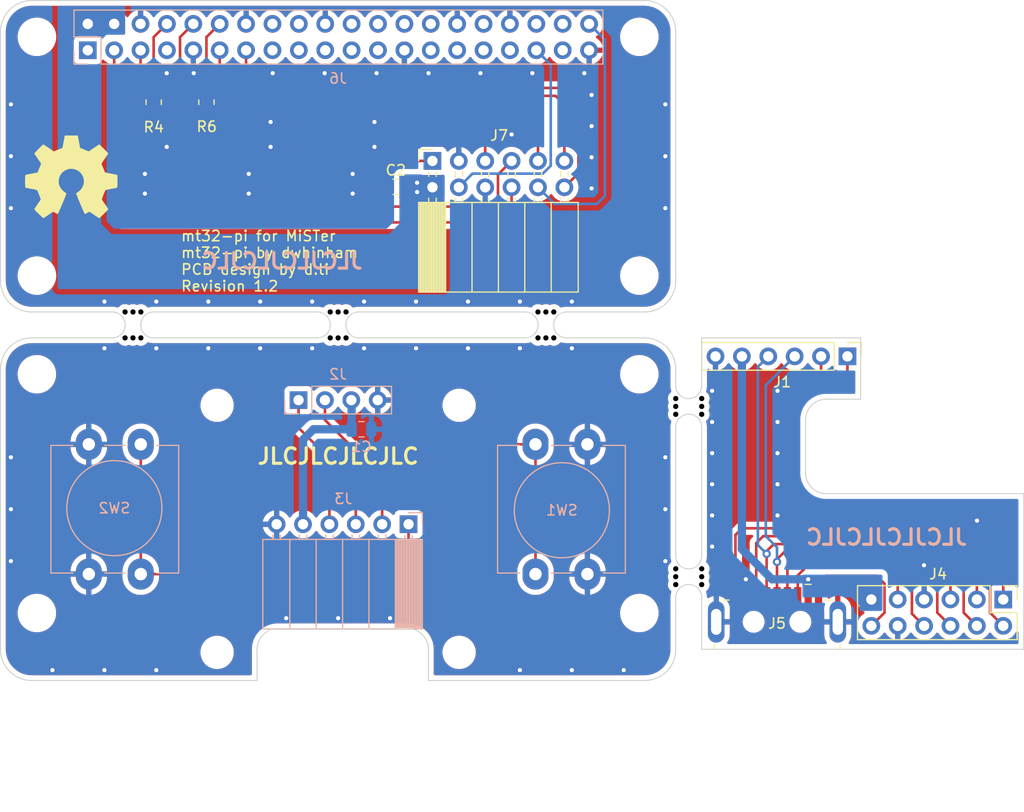
<source format=kicad_pcb>
(kicad_pcb (version 20211014) (generator pcbnew)
  (title_block (title "mt32-pi for MiSTer") (date "2022-04-03") (rev "1.2"))
  (layers (0 "F.Cu" signal) (31 "B.Cu" signal) (34 "B.Paste" user) (35 "F.Paste" user) (36 "B.SilkS" user "B.Silkscreen") (37 "F.SilkS" user "F.Silkscreen") (38 "B.Mask" user) (39 "F.Mask" user) (44 "Edge.Cuts" user))
  (net 0 "")
  (net 1 "/FP_5V")
  (net 2 "/FP_GND")
  (net 3 "/BP_5V")
  (net 4 "/BP_GND")
  (net 5 "VBUS")
  (net 6 "/SCL")
  (net 7 "/SDA")
  (net 8 "GND")
  (net 9 "/BTN1")
  (net 10 "/BTN2")
  (net 11 "/FP_SDA")
  (net 12 "/FP_SCL")
  (net 13 "/FP_BTN1")
  (net 14 "/FP_BTN2")
  (net 15 "/PCM_CLK")
  (net 16 "/PCM_DOUT")
  (net 17 "/RXD")
  (net 18 "/TXD")
  (net 19 "/PCM_FS")
  (net 20 "Net-(J6-Pad8)")
  (net 21 "Net-(J6-Pad12)")
  (net 23 "/BP_SDA")
  (net 24 "/BP_SCL")
  (net 26 "/BP_TXD")
  (net 27 "/BP_RXD")
  (net 28 "/BP_BTN1")
  (net 29 "/BP_PCM_CLK")
  (net 30 "/BP_BTN2")
  (net 47 "/BP_PCM_FS")
  (net 51 "/BP_PCM_DOUT")
  (footprint "Symbol:OSHW-Symbol_8.9x8mm_SilkScreen" (layer "F.Cu") (at 86.8 67)
    (fp_text reference "REF**" hide)
    (fp_text value "OSHW-Symbol_8.9x8mm_SilkScreen" hide)
  )
  (footprint "Connector_PinHeader_2.54mm:PinHeader_2x06_P2.54mm_Vertical" (layer "F.Cu") (at 176.53 107.696 -90)
    (fp_text reference "J4" (at -2.446 6.28 180) (layer "F.SilkS"))
    (fp_text value "Interconnector Back")
    (pad "1" thru_hole rect (at 0 0 270) (size 1.7 1.7) (drill 1) (layers *.Cu *.Mask) (net 10 "/BTN2"))
    (pad "2" thru_hole oval (at 2.54 0 270) (size 1.7 1.7) (drill 1) (layers *.Cu *.Mask) (net 9 "/BTN1"))
    (pad "3" thru_hole oval (at 0 2.54 270) (size 1.7 1.7) (drill 1) (layers *.Cu *.Mask) (net 16 "/PCM_DOUT"))
    (pad "4" thru_hole oval (at 2.54 2.54 270) (size 1.7 1.7) (drill 1) (layers *.Cu *.Mask) (net 15 "/PCM_CLK"))
    (pad "5" thru_hole oval (at 0 5.08 270) (size 1.7 1.7) (drill 1) (layers *.Cu *.Mask) (net 7 "/SDA"))
    (pad "6" thru_hole oval (at 2.54 5.08 270) (size 1.7 1.7) (drill 1) (layers *.Cu *.Mask) (net 6 "/SCL"))
    (pad "7" thru_hole oval (at 0 7.62 270) (size 1.7 1.7) (drill 1) (layers *.Cu *.Mask) (net 8 "GND"))
    (pad "8" thru_hole oval (at 2.54 7.62 270) (size 1.7 1.7) (drill 1) (layers *.Cu *.Mask) (net 17 "/RXD"))
    (pad "9" thru_hole oval (at 0 10.16 270) (size 1.7 1.7) (drill 1) (layers *.Cu *.Mask) (net 19 "/PCM_FS"))
    (pad "10" thru_hole oval (at 2.54 10.16 270) (size 1.7 1.7) (drill 1) (layers *.Cu *.Mask) (net 8 "GND"))
    (pad "11" thru_hole oval (at 0 12.7 270) (size 1.7 1.7) (drill 1) (layers *.Cu *.Mask) (net 5 "VBUS"))
    (pad "12" thru_hole oval (at 2.54 12.7 270) (size 1.7 1.7) (drill 1) (layers *.Cu *.Mask) (net 18 "/TXD"))
  )
  (footprint "MountingHole:MountingHole_2.7mm_M2.5" (layer "F.Cu") (at 83.5 86)
    (fp_text reference "H1" hide)
    (fp_text value "M2.5")
    (pad "" np_thru_hole circle (at 0 0) (size 2.7 2.7) (drill 2.7) (layers *.Cu *.Mask))
  )
  (footprint "Connector_PinSocket_2.54mm:PinSocket_2x06_P2.54mm_Horizontal" (layer "F.Cu") (at 121.58 65.45 90)
    (fp_text reference "J7" (at 2.45 6.42 180) (layer "F.SilkS"))
    (fp_text value "Backpanel Connector")
    (pad "1" thru_hole rect (at 0 0 90) (size 1.7 1.7) (drill 1) (layers *.Cu *.Mask) (net 26 "/BP_TXD"))
    (pad "2" thru_hole oval (at -2.54 0 90) (size 1.7 1.7) (drill 1) (layers *.Cu *.Mask) (net 3 "/BP_5V"))
    (pad "3" thru_hole oval (at 0 2.54 90) (size 1.7 1.7) (drill 1) (layers *.Cu *.Mask) (net 4 "/BP_GND"))
    (pad "4" thru_hole oval (at -2.54 2.54 90) (size 1.7 1.7) (drill 1) (layers *.Cu *.Mask) (net 47 "/BP_PCM_FS"))
    (pad "5" thru_hole oval (at 0 5.08 90) (size 1.7 1.7) (drill 1) (layers *.Cu *.Mask) (net 27 "/BP_RXD"))
    (pad "6" thru_hole oval (at -2.54 5.08 90) (size 1.7 1.7) (drill 1) (layers *.Cu *.Mask) (net 4 "/BP_GND"))
    (pad "7" thru_hole oval (at 0 7.62 90) (size 1.7 1.7) (drill 1) (layers *.Cu *.Mask) (net 24 "/BP_SCL"))
    (pad "8" thru_hole oval (at -2.54 7.62 90) (size 1.7 1.7) (drill 1) (layers *.Cu *.Mask) (net 23 "/BP_SDA"))
    (pad "9" thru_hole oval (at 0 10.16 90) (size 1.7 1.7) (drill 1) (layers *.Cu *.Mask) (net 29 "/BP_PCM_CLK"))
    (pad "10" thru_hole oval (at -2.54 10.16 90) (size 1.7 1.7) (drill 1) (layers *.Cu *.Mask) (net 51 "/BP_PCM_DOUT"))
    (pad "11" thru_hole oval (at 0 12.7 90) (size 1.7 1.7) (drill 1) (layers *.Cu *.Mask) (net 28 "/BP_BTN1"))
    (pad "12" thru_hole oval (at -2.54 12.7 90) (size 1.7 1.7) (drill 1) (layers *.Cu *.Mask) (net 30 "/BP_BTN2"))
  )
  (footprint "Connector_USB:USB3_A_Plug_Wuerth_692112030100_Horizontal" (layer "F.Cu") (at 154.75 109.175 -90)
    (fp_text reference "J5" (at 0.825 0 180) (layer "F.SilkS"))
    (fp_text value "USB3_A")
    (pad "" np_thru_hole circle (at 0.675 -2.25) (size 1.1 1.1) (drill 1.1) (layers *.Cu *.Mask))
    (pad "" np_thru_hole circle (at 0.675 2.25) (size 1.1 1.1) (drill 1.1) (layers *.Cu *.Mask))
    (pad "1" smd rect (at -1.775 -3) (size 0.7 1.8) (layers "F.Cu" "F.Paste" "F.Mask") (net 5 "VBUS"))
    (pad "2" smd rect (at -1.775 -1) (size 0.7 1.8) (layers "F.Cu" "F.Paste" "F.Mask") (net 17 "/RXD"))
    (pad "3" smd rect (at -1.775 1) (size 0.7 1.8) (layers "F.Cu" "F.Paste" "F.Mask") (net 7 "/SDA"))
    (pad "4" smd rect (at -1.775 3) (size 0.7 1.8) (layers "F.Cu" "F.Paste" "F.Mask") (net 8 "GND"))
    (pad "5" smd rect (at -1.775 4) (size 0.7 1.8) (layers "F.Cu" "F.Paste" "F.Mask") (net 16 "/PCM_DOUT"))
    (pad "6" smd rect (at -1.775 2) (size 0.7 1.8) (layers "F.Cu" "F.Paste" "F.Mask") (net 15 "/PCM_CLK"))
    (pad "7" smd rect (at -1.775 0) (size 0.7 1.8) (layers "F.Cu" "F.Paste" "F.Mask") (net 6 "/SCL"))
    (pad "8" smd rect (at -1.775 -2) (size 0.7 1.8) (layers "F.Cu" "F.Paste" "F.Mask") (net 19 "/PCM_FS"))
    (pad "9" smd rect (at -1.775 -4 270) (size 1.8 0.7) (layers "F.Cu" "F.Paste" "F.Mask") (net 18 "/TXD"))
    (pad "10" thru_hole oval (at 0.675 -5.85) (size 1.6 4) (drill oval 1 2.5) (layers *.Cu *.Mask) (net 8 "GND"))
    (pad "10" thru_hole oval (at 0.675 5.85) (size 1.6 4) (drill oval 1 2.5) (layers *.Cu *.Mask) (net 8 "GND"))
  )
  (footprint "Connector_PinHeader_2.54mm:PinHeader_1x06_P2.54mm_Vertical" (layer "F.Cu") (at 161.53 84.28 -90)
    (fp_text reference "J1" (at 2.47 6.28 180) (layer "F.SilkS"))
    (fp_text value "Interconnector Front")
    (pad "1" thru_hole rect (at 0 0 270) (size 1.7 1.7) (drill 1) (layers *.Cu *.Mask) (net 10 "/BTN2"))
    (pad "2" thru_hole oval (at 0 2.54 270) (size 1.7 1.7) (drill 1) (layers *.Cu *.Mask) (net 9 "/BTN1"))
    (pad "3" thru_hole oval (at 0 5.08 270) (size 1.7 1.7) (drill 1) (layers *.Cu *.Mask) (net 6 "/SCL"))
    (pad "4" thru_hole oval (at 0 7.62 270) (size 1.7 1.7) (drill 1) (layers *.Cu *.Mask) (net 7 "/SDA"))
    (pad "5" thru_hole oval (at 0 10.16 270) (size 1.7 1.7) (drill 1) (layers *.Cu *.Mask) (net 5 "VBUS"))
    (pad "6" thru_hole oval (at 0 12.7 270) (size 1.7 1.7) (drill 1) (layers *.Cu *.Mask) (net 8 "GND"))
  )
  (footprint "MountingHole:MountingHole_2.7mm_M2.5" (layer "F.Cu") (at 141.5 86)
    (fp_text reference "H2" hide)
    (fp_text value "M2.5")
    (pad "" np_thru_hole circle (at 0 0) (size 2.7 2.7) (drill 2.7) (layers *.Cu *.Mask))
  )
  (footprint "KiCad-Central-Lib:Mousebite-Slot-2.5mm" (layer "F.Cu") (at 132.5 81.25)
    (fp_text reference "REF**" hide)
    (fp_text value "Mousebite-Slot-2.5mm")
    (fp_arc (start 2 1.25) (mid 0.75 0) (end 2 -1.25) (layer "Edge.Cuts") (width 0.1))
    (fp_arc (start -2 -1.25) (mid -0.75 0) (end -2 1.25) (layer "Edge.Cuts") (width 0.1))
    (pad "" np_thru_hole circle (at 0.76 1.25) (size 0.9 0.9) (drill 0.5) (layers *.Mask))
    (pad "" np_thru_hole circle (at 0 1.25) (size 0.9 0.9) (drill 0.5) (layers *.Mask))
    (pad "" np_thru_hole circle (at 0.76 -1.25) (size 0.9 0.9) (drill 0.5) (layers *.Mask))
    (pad "" np_thru_hole circle (at -0.76 1.25) (size 0.9 0.9) (drill 0.5) (layers *.Mask))
    (pad "" np_thru_hole circle (at -0.76 -1.25) (size 0.9 0.9) (drill 0.5) (layers *.Mask))
    (pad "" np_thru_hole circle (at 0 -1.25) (size 0.9 0.9) (drill 0.5) (layers *.Mask))
  )
  (footprint "KiCad-Central-Lib:Mousebite-Slot-2.5mm" (layer "F.Cu") (at 112.5 81.25)
    (fp_text reference "REF**" hide)
    (fp_text value "Mousebite-Slot-2.5mm")
    (fp_arc (start -2 -1.25) (mid -0.75 0) (end -2 1.25) (layer "Edge.Cuts") (width 0.1))
    (fp_arc (start 2 1.25) (mid 0.75 0) (end 2 -1.25) (layer "Edge.Cuts") (width 0.1))
    (pad "" np_thru_hole circle (at -0.76 1.25) (size 0.9 0.9) (drill 0.5) (layers *.Mask))
    (pad "" np_thru_hole circle (at 0.76 1.25) (size 0.9 0.9) (drill 0.5) (layers *.Mask))
    (pad "" np_thru_hole circle (at -0.76 -1.25) (size 0.9 0.9) (drill 0.5) (layers *.Mask))
    (pad "" np_thru_hole circle (at 0.76 -1.25) (size 0.9 0.9) (drill 0.5) (layers *.Mask))
    (pad "" np_thru_hole circle (at 0 1.25) (size 0.9 0.9) (drill 0.5) (layers *.Mask))
    (pad "" np_thru_hole circle (at 0 -1.25) (size 0.9 0.9) (drill 0.5) (layers *.Mask))
  )
  (footprint "Capacitor_SMD:C_0805_2012Metric" (layer "F.Cu") (at 118.05 67.95 180)
    (fp_text reference "C2" (at 0 1.6 180) (layer "F.SilkS"))
    (fp_text value "10uF")
    (pad "1" smd roundrect (at -0.95 0 180) (size 1 1.45) (layers "F.Cu" "F.Paste" "F.Mask") (net 3 "/BP_5V"))
    (pad "2" smd roundrect (at 0.95 0 180) (size 1 1.45) (layers "F.Cu" "F.Paste" "F.Mask") (net 4 "/BP_GND"))
  )
  (footprint "MountingHole:MountingHole_2.2mm_M2" (layer "F.Cu") (at 100.85 88.99)
    (fp_text reference "H9" hide)
    (fp_text value "M2")
    (pad "" np_thru_hole circle (at 0 0) (size 2.2 2.2) (drill 2.2) (layers *.Cu *.Mask))
  )
  (footprint "Resistor_SMD:R_0805_2012Metric" (layer "F.Cu") (at 99.822 59.7935 -90)
    (fp_text reference "R6" (at 2.3565 -0.028 180) (layer "F.SilkS"))
    (fp_text value "100R")
    (pad "1" smd roundrect (at -0.9125 0 270) (size 1.025 1.4) (layers "F.Cu" "F.Paste" "F.Mask") (roundrect_rratio 0.243902439) (net 21 "Net-(J6-Pad12)"))
    (pad "2" smd roundrect (at 0.9125 0 270) (size 1.025 1.4) (layers "F.Cu" "F.Paste" "F.Mask") (roundrect_rratio 0.243902439) (net 29 "/BP_PCM_CLK"))
  )
  (footprint "KiCad-Central-Lib:Mousebite-Slot-2.5mm" (layer "F.Cu") (at 146.25 89.1 90)
    (fp_text reference "REF**" hide)
    (fp_text value "Mousebite-Slot-2.5mm")
    (fp_arc (start 2 1.25) (mid 0.75 0) (end 2 -1.25) (layer "Edge.Cuts") (width 0.1))
    (fp_arc (start -2 -1.25) (mid -0.75 0) (end -2 1.25) (layer "Edge.Cuts") (width 0.1))
    (pad "" np_thru_hole circle (at -0.76 1.25 90) (size 0.9 0.9) (drill 0.5) (layers *.Mask))
    (pad "" np_thru_hole circle (at 0 1.25 90) (size 0.9 0.9) (drill 0.5) (layers *.Mask))
    (pad "" np_thru_hole circle (at -0.76 -1.25 90) (size 0.9 0.9) (drill 0.5) (layers *.Mask))
    (pad "" np_thru_hole circle (at 0.76 -1.25 90) (size 0.9 0.9) (drill 0.5) (layers *.Mask))
    (pad "" np_thru_hole circle (at 0.76 1.25 90) (size 0.9 0.9) (drill 0.5) (layers *.Mask))
    (pad "" np_thru_hole circle (at 0 -1.25 90) (size 0.9 0.9) (drill 0.5) (layers *.Mask))
  )
  (footprint "MountingHole:MountingHole_2.2mm_M2" (layer "F.Cu") (at 124.15 112.79)
    (fp_text reference "H12" hide)
    (fp_text value "M2")
    (pad "" np_thru_hole circle (at 0 0) (size 2.2 2.2) (drill 2.2) (layers *.Cu *.Mask))
  )
  (footprint "MountingHole:MountingHole_2.7mm_M2.5" (layer "F.Cu") (at 141.5 76.5)
    (fp_text reference "H8" hide)
    (fp_text value "M2.5")
    (pad "" np_thru_hole circle (at 0 0) (size 2.7 2.7) (drill 2.7) (layers *.Cu *.Mask))
  )
  (footprint "Resistor_SMD:R_0805_2012Metric" (layer "F.Cu") (at 94.742 59.7935 -90)
    (fp_text reference "R4" (at 2.4065 -0.008 180) (layer "F.SilkS"))
    (fp_text value "NP")
    (pad "1" smd roundrect (at -0.9125 0 270) (size 1.025 1.4) (layers "F.Cu" "F.Paste" "F.Mask") (roundrect_rratio 0.243902439) (net 20 "Net-(J6-Pad8)"))
    (pad "2" smd roundrect (at 0.9125 0 270) (size 1.025 1.4) (layers "F.Cu" "F.Paste" "F.Mask") (roundrect_rratio 0.243902439) (net 26 "/BP_TXD"))
  )
  (footprint "MountingHole:MountingHole_2.2mm_M2" (layer "F.Cu") (at 124.15 88.99)
    (fp_text reference "H10" hide)
    (fp_text value "M2")
    (pad "" np_thru_hole circle (at 0 0) (size 2.2 2.2) (drill 2.2) (layers *.Cu *.Mask))
  )
  (footprint "KiCad-Central-Lib:Mousebite-Slot-2.5mm" (layer "F.Cu") (at 146.25 105.5 90)
    (fp_text reference "REF**" hide)
    (fp_text value "Mousebite-Slot-2.5mm")
    (fp_arc (start 2 1.25) (mid 0.75 0) (end 2 -1.25) (layer "Edge.Cuts") (width 0.1))
    (fp_arc (start -2 -1.25) (mid -0.75 0) (end -2 1.25) (layer "Edge.Cuts") (width 0.1))
    (pad "" np_thru_hole circle (at 0.76 1.25 90) (size 0.9 0.9) (drill 0.5) (layers *.Mask))
    (pad "" np_thru_hole circle (at 0.76 -1.25 90) (size 0.9 0.9) (drill 0.5) (layers *.Mask))
    (pad "" np_thru_hole circle (at 0 -1.25 90) (size 0.9 0.9) (drill 0.5) (layers *.Mask))
    (pad "" np_thru_hole circle (at -0.76 -1.25 90) (size 0.9 0.9) (drill 0.5) (layers *.Mask))
    (pad "" np_thru_hole circle (at -0.76 1.25 90) (size 0.9 0.9) (drill 0.5) (layers *.Mask))
    (pad "" np_thru_hole circle (at 0 1.25 90) (size 0.9 0.9) (drill 0.5) (layers *.Mask))
  )
  (footprint "MountingHole:MountingHole_2.7mm_M2.5" (layer "F.Cu") (at 83.5 76.5)
    (fp_text reference "H7" hide)
    (fp_text value "M2.5")
    (pad "" np_thru_hole circle (at 0 0) (size 2.7 2.7) (drill 2.7) (layers *.Cu *.Mask))
  )
  (footprint "KiCad-Central-Lib:Mousebite-Slot-2.5mm" (layer "F.Cu") (at 92.75 81.25)
    (fp_text reference "REF**" hide)
    (fp_text value "Mousebite-Slot-2.5mm")
    (fp_arc (start 2 1.25) (mid 0.75 0) (end 2 -1.25) (layer "Edge.Cuts") (width 0.1))
    (fp_arc (start -2 -1.25) (mid -0.75 0) (end -2 1.25) (layer "Edge.Cuts") (width 0.1))
    (pad "" np_thru_hole circle (at 0.76 1.25) (size 0.9 0.9) (drill 0.5) (layers *.Mask))
    (pad "" np_thru_hole circle (at 0.76 -1.25) (size 0.9 0.9) (drill 0.5) (layers *.Mask))
    (pad "" np_thru_hole circle (at 0 -1.25) (size 0.9 0.9) (drill 0.5) (layers *.Mask))
    (pad "" np_thru_hole circle (at -0.76 1.25) (size 0.9 0.9) (drill 0.5) (layers *.Mask))
    (pad "" np_thru_hole circle (at -0.76 -1.25) (size 0.9 0.9) (drill 0.5) (layers *.Mask))
    (pad "" np_thru_hole circle (at 0 1.25) (size 0.9 0.9) (drill 0.5) (layers *.Mask))
  )
  (footprint "MountingHole:MountingHole_2.7mm_M2.5" (layer "F.Cu") (at 141.5 53.5)
    (fp_text reference "H6" hide)
    (fp_text value "M2.5")
    (pad "" np_thru_hole circle (at 0 0) (size 2.7 2.7) (drill 2.7) (layers *.Cu *.Mask))
  )
  (footprint "MountingHole:MountingHole_2.7mm_M2.5" (layer "F.Cu") (at 83.5 109)
    (fp_text reference "H3" hide)
    (fp_text value "M2.5")
    (pad "" np_thru_hole circle (at 0 0) (size 2.7 2.7) (drill 2.7) (layers *.Cu *.Mask))
  )
  (footprint "MountingHole:MountingHole_2.2mm_M2" (layer "F.Cu") (at 100.85 112.79)
    (fp_text reference "H11" hide)
    (fp_text value "M2")
    (pad "" np_thru_hole circle (at 0 0) (size 2.2 2.2) (drill 2.2) (layers *.Cu *.Mask))
  )
  (footprint "MountingHole:MountingHole_2.7mm_M2.5" (layer "F.Cu") (at 83.5 53.5)
    (fp_text reference "H5" hide)
    (fp_text value "M2.5")
    (pad "" np_thru_hole circle (at 0 0) (size 2.7 2.7) (drill 2.7) (layers *.Cu *.Mask))
  )
  (footprint "MountingHole:MountingHole_2.7mm_M2.5" (layer "F.Cu") (at 141.5 109)
    (fp_text reference "H4" hide)
    (fp_text value "M2.5")
    (pad "" np_thru_hole circle (at 0 0) (size 2.7 2.7) (drill 2.7) (layers *.Cu *.Mask))
  )
  (footprint "Button_Switch_THT:SW_PUSH-12mm_Wuerth-430476085716" (layer "B.Cu") (at 131.5 92.75 -90)
    (fp_text reference "SW1" (at 6.35 -2.54 180) (layer "B.SilkS") (effects (justify mirror)))
    (fp_text value "430476085716")
    (pad "1" thru_hole oval (at 0 0 270) (size 3 2.5) (drill 1.2) (layers *.Cu *.Mask) (net 13 "/FP_BTN1"))
    (pad "1" thru_hole oval (at 12.5 0 270) (size 3 2.5) (drill 1.2) (layers *.Cu *.Mask) (net 13 "/FP_BTN1"))
    (pad "2" thru_hole oval (at 12.5 -5 270) (size 3 2.5) (drill 1.2) (layers *.Cu *.Mask) (net 2 "/FP_GND"))
    (pad "2" thru_hole oval (at 0 -5 270) (size 3 2.5) (drill 1.2) (layers *.Cu *.Mask) (net 2 "/FP_GND"))
  )
  (footprint "Connector_PinSocket_2.54mm:PinSocket_1x04_P2.54mm_Vertical" (layer "B.Cu") (at 108.69 88.49 -90)
    (fp_text reference "J2" (at -2.49 -3.81 180) (layer "B.SilkS") (effects (justify mirror)))
    (fp_text value "OLED")
    (pad "1" thru_hole rect (at 0 0 270) (size 1.7 1.7) (drill 1) (layers *.Cu *.Mask) (net 11 "/FP_SDA"))
    (pad "2" thru_hole oval (at 0 -2.54 270) (size 1.7 1.7) (drill 1) (layers *.Cu *.Mask) (net 12 "/FP_SCL"))
    (pad "3" thru_hole oval (at 0 -5.08 270) (size 1.7 1.7) (drill 1) (layers *.Cu *.Mask) (net 1 "/FP_5V"))
    (pad "4" thru_hole oval (at 0 -7.62 270) (size 1.7 1.7) (drill 1) (layers *.Cu *.Mask) (net 2 "/FP_GND"))
  )
  (footprint "Connector_PinSocket_2.54mm:PinSocket_1x06_P2.54mm_Horizontal" (layer "B.Cu") (at 119.28 100.45 90)
    (fp_text reference "J3" (at 2.45 -6.28 180) (layer "B.SilkS") (effects (justify mirror)))
    (fp_text value "Frontpanel Connector")
    (pad "1" thru_hole rect (at 0 0 90) (size 1.7 1.7) (drill 1) (layers *.Cu *.Mask) (net 14 "/FP_BTN2"))
    (pad "2" thru_hole oval (at 0 -2.54 90) (size 1.7 1.7) (drill 1) (layers *.Cu *.Mask) (net 13 "/FP_BTN1"))
    (pad "3" thru_hole oval (at 0 -5.08 90) (size 1.7 1.7) (drill 1) (layers *.Cu *.Mask) (net 12 "/FP_SCL"))
    (pad "4" thru_hole oval (at 0 -7.62 90) (size 1.7 1.7) (drill 1) (layers *.Cu *.Mask) (net 11 "/FP_SDA"))
    (pad "5" thru_hole oval (at 0 -10.16 90) (size 1.7 1.7) (drill 1) (layers *.Cu *.Mask) (net 1 "/FP_5V"))
    (pad "6" thru_hole oval (at 0 -12.7 90) (size 1.7 1.7) (drill 1) (layers *.Cu *.Mask) (net 2 "/FP_GND"))
  )
  (footprint "Connector_PinSocket_2.54mm:PinSocket_2x20_P2.54mm_Vertical" (layer "B.Cu") (at 88.4 54.79 -90)
    (fp_text reference "J6" (at 2.71 -24.1 180) (layer "B.SilkS") (effects (justify mirror)))
    (fp_text value "RPI")
    (pad "1" thru_hole rect (at 0 0 270) (size 1.7 1.7) (drill 1) (layers *.Cu *.Mask))
    (pad "2" thru_hole oval (at -2.54 0 270) (size 1.7 1.7) (drill 1) (layers *.Cu *.Mask) (net 3 "/BP_5V"))
    (pad "3" thru_hole oval (at 0 -2.54 270) (size 1.7 1.7) (drill 1) (layers *.Cu *.Mask) (net 23 "/BP_SDA"))
    (pad "4" thru_hole oval (at -2.54 -2.54 270) (size 1.7 1.7) (drill 1) (layers *.Cu *.Mask) (net 3 "/BP_5V"))
    (pad "5" thru_hole oval (at 0 -5.08 270) (size 1.7 1.7) (drill 1) (layers *.Cu *.Mask) (net 24 "/BP_SCL"))
    (pad "6" thru_hole oval (at -2.54 -5.08 270) (size 1.7 1.7) (drill 1) (layers *.Cu *.Mask) (net 4 "/BP_GND"))
    (pad "7" thru_hole oval (at 0 -7.62 270) (size 1.7 1.7) (drill 1) (layers *.Cu *.Mask))
    (pad "8" thru_hole oval (at -2.54 -7.62 270) (size 1.7 1.7) (drill 1) (layers *.Cu *.Mask) (net 20 "Net-(J6-Pad8)"))
    (pad "9" thru_hole oval (at 0 -10.16 270) (size 1.7 1.7) (drill 1) (layers *.Cu *.Mask) (net 4 "/BP_GND"))
    (pad "10" thru_hole oval (at -2.54 -10.16 270) (size 1.7 1.7) (drill 1) (layers *.Cu *.Mask) (net 27 "/BP_RXD"))
    (pad "11" thru_hole oval (at 0 -12.7 270) (size 1.7 1.7) (drill 1) (layers *.Cu *.Mask) (net 28 "/BP_BTN1"))
    (pad "12" thru_hole oval (at -2.54 -12.7 270) (size 1.7 1.7) (drill 1) (layers *.Cu *.Mask) (net 21 "Net-(J6-Pad12)"))
    (pad "13" thru_hole oval (at 0 -15.24 270) (size 1.7 1.7) (drill 1) (layers *.Cu *.Mask) (net 30 "/BP_BTN2"))
    (pad "14" thru_hole oval (at -2.54 -15.24 270) (size 1.7 1.7) (drill 1) (layers *.Cu *.Mask) (net 4 "/BP_GND"))
    (pad "15" thru_hole oval (at 0 -17.78 270) (size 1.7 1.7) (drill 1) (layers *.Cu *.Mask))
    (pad "16" thru_hole oval (at -2.54 -17.78 270) (size 1.7 1.7) (drill 1) (layers *.Cu *.Mask))
    (pad "17" thru_hole oval (at 0 -20.32 270) (size 1.7 1.7) (drill 1) (layers *.Cu *.Mask))
    (pad "18" thru_hole oval (at -2.54 -20.32 270) (size 1.7 1.7) (drill 1) (layers *.Cu *.Mask))
    (pad "19" thru_hole oval (at 0 -22.86 270) (size 1.7 1.7) (drill 1) (layers *.Cu *.Mask))
    (pad "20" thru_hole oval (at -2.54 -22.86 270) (size 1.7 1.7) (drill 1) (layers *.Cu *.Mask) (net 4 "/BP_GND"))
    (pad "21" thru_hole oval (at 0 -25.4 270) (size 1.7 1.7) (drill 1) (layers *.Cu *.Mask))
    (pad "22" thru_hole oval (at -2.54 -25.4 270) (size 1.7 1.7) (drill 1) (layers *.Cu *.Mask))
    (pad "23" thru_hole oval (at 0 -27.94 270) (size 1.7 1.7) (drill 1) (layers *.Cu *.Mask))
    (pad "24" thru_hole oval (at -2.54 -27.94 270) (size 1.7 1.7) (drill 1) (layers *.Cu *.Mask))
    (pad "25" thru_hole oval (at 0 -30.48 270) (size 1.7 1.7) (drill 1) (layers *.Cu *.Mask) (net 4 "/BP_GND"))
    (pad "26" thru_hole oval (at -2.54 -30.48 270) (size 1.7 1.7) (drill 1) (layers *.Cu *.Mask))
    (pad "27" thru_hole oval (at 0 -33.02 270) (size 1.7 1.7) (drill 1) (layers *.Cu *.Mask))
    (pad "28" thru_hole oval (at -2.54 -33.02 270) (size 1.7 1.7) (drill 1) (layers *.Cu *.Mask))
    (pad "29" thru_hole oval (at 0 -35.56 270) (size 1.7 1.7) (drill 1) (layers *.Cu *.Mask))
    (pad "30" thru_hole oval (at -2.54 -35.56 270) (size 1.7 1.7) (drill 1) (layers *.Cu *.Mask) (net 4 "/BP_GND"))
    (pad "31" thru_hole oval (at 0 -38.1 270) (size 1.7 1.7) (drill 1) (layers *.Cu *.Mask))
    (pad "32" thru_hole oval (at -2.54 -38.1 270) (size 1.7 1.7) (drill 1) (layers *.Cu *.Mask))
    (pad "33" thru_hole oval (at 0 -40.64 270) (size 1.7 1.7) (drill 1) (layers *.Cu *.Mask))
    (pad "34" thru_hole oval (at -2.54 -40.64 270) (size 1.7 1.7) (drill 1) (layers *.Cu *.Mask) (net 4 "/BP_GND"))
    (pad "35" thru_hole oval (at 0 -43.18 270) (size 1.7 1.7) (drill 1) (layers *.Cu *.Mask) (net 47 "/BP_PCM_FS"))
    (pad "36" thru_hole oval (at -2.54 -43.18 270) (size 1.7 1.7) (drill 1) (layers *.Cu *.Mask))
    (pad "37" thru_hole oval (at 0 -45.72 270) (size 1.7 1.7) (drill 1) (layers *.Cu *.Mask))
    (pad "38" thru_hole oval (at -2.54 -45.72 270) (size 1.7 1.7) (drill 1) (layers *.Cu *.Mask))
    (pad "39" thru_hole oval (at 0 -48.26 270) (size 1.7 1.7) (drill 1) (layers *.Cu *.Mask) (net 4 "/BP_GND"))
    (pad "40" thru_hole oval (at -2.54 -48.26 270) (size 1.7 1.7) (drill 1) (layers *.Cu *.Mask) (net 51 "/BP_PCM_DOUT"))
  )
  (footprint "Capacitor_SMD:C_0805_2012Metric" (layer "B.Cu") (at 114.75 91.3)
    (fp_text reference "C1" (at 0 1.68) (layer "B.SilkS") (effects (justify mirror)))
    (fp_text value "10uF")
    (pad "1" smd roundrect (at -0.95 0) (size 1 1.45) (layers "B.Cu" "B.Paste" "B.Mask") (net 1 "/FP_5V"))
    (pad "2" smd roundrect (at 0.95 0) (size 1 1.45) (layers "B.Cu" "B.Paste" "B.Mask") (net 2 "/FP_GND"))
  )
  (footprint "Button_Switch_THT:SW_PUSH-12mm_Wuerth-430476085716" (layer "B.Cu") (at 93.5 105.25 90)
    (fp_text reference "SW2" (at 6.35 -2.54 180) (layer "B.SilkS") (effects (justify mirror)))
    (fp_text value "430476085716")
    (pad "1" thru_hole oval (at 0 0 90) (size 3 2.5) (drill 1.2) (layers *.Cu *.Mask) (net 14 "/FP_BTN2"))
    (pad "1" thru_hole oval (at 12.5 0 90) (size 3 2.5) (drill 1.2) (layers *.Cu *.Mask) (net 14 "/FP_BTN2"))
    (pad "2" thru_hole oval (at 12.5 -5 90) (size 3 2.5) (drill 1.2) (layers *.Cu *.Mask) (net 2 "/FP_GND"))
    (pad "2" thru_hole oval (at 0 -5 90) (size 3 2.5) (drill 1.2) (layers *.Cu *.Mask) (net 2 "/FP_GND"))
  )
  (gr_line (start 83 50) (end 142 50) (layer "Edge.Cuts") (width 0.1))
  (gr_line (start 83 80) (end 90.75 80) (layer "Edge.Cuts") (width 0.1))
  (gr_line (start 80 85.5) (end 80 112.5) (layer "Edge.Cuts") (width 0.1))
  (gr_line (start 145 85.5) (end 145 87.1) (layer "Edge.Cuts") (width 0.1))
  (gr_line (start 94.75 80) (end 110.5 80) (layer "Edge.Cuts") (width 0.1))
  (gr_arc (start 157.5 90.4) (mid 158.085786 88.985786) (end 159.5 88.4) (layer "Edge.Cuts") (width 0.1))
  (gr_line (start 145 107.5) (end 145 112.5) (layer "Edge.Cuts") (width 0.1))
  (gr_arc (start 83 115.5) (mid 80.87868 114.62132) (end 80 112.5) (layer "Edge.Cuts") (width 0.1))
  (gr_line (start 147.5 103.5) (end 147.5 91.1) (layer "Edge.Cuts") (width 0.1))
  (gr_line (start 114.5 82.5) (end 130.5 82.5) (layer "Edge.Cuts") (width 0.1))
  (gr_line (start 83 82.5) (end 90.75 82.5) (layer "Edge.Cuts") (width 0.1))
  (gr_line (start 106.7 110.5) (end 119.2 110.5) (layer "Edge.Cuts") (width 0.1))
  (gr_line (start 134.5 82.5) (end 142 82.5) (layer "Edge.Cuts") (width 0.1))
  (gr_line (start 147.5 87.1) (end 147.5 82.5) (layer "Edge.Cuts") (width 0.1))
  (gr_line (start 162.8 88.4) (end 162.8 82.5) (layer "Edge.Cuts") (width 0.1))
  (gr_line (start 145 53) (end 145 77) (layer "Edge.Cuts") (width 0.1))
  (gr_line (start 104.7 115.5) (end 104.7 112.5) (layer "Edge.Cuts") (width 0.1))
  (gr_line (start 147.5 107.5) (end 147.5 112.5) (layer "Edge.Cuts") (width 0.1))
  (gr_arc (start 142 82.5) (mid 144.12132 83.37868) (end 145 85.5) (layer "Edge.Cuts") (width 0.1))
  (gr_arc (start 145 77) (mid 144.12132 79.12132) (end 142 80) (layer "Edge.Cuts") (width 0.1))
  (gr_line (start 178.5 112.5) (end 178.5 97.5) (layer "Edge.Cuts") (width 0.1))
  (gr_line (start 114.5 80) (end 130.5 80) (layer "Edge.Cuts") (width 0.1))
  (gr_arc (start 119.2 110.5) (mid 120.614214 111.085786) (end 121.2 112.5) (layer "Edge.Cuts") (width 0.1))
  (gr_line (start 134.5 80) (end 142 80) (layer "Edge.Cuts") (width 0.1))
  (gr_arc (start 145 112.5) (mid 144.12132 114.62132) (end 142 115.5) (layer "Edge.Cuts") (width 0.1))
  (gr_line (start 162.8 82.5) (end 147.5 82.5) (layer "Edge.Cuts") (width 0.1))
  (gr_line (start 145 91.1) (end 145 103.5) (layer "Edge.Cuts") (width 0.1))
  (gr_arc (start 80 53) (mid 80.87868 50.87868) (end 83 50) (layer "Edge.Cuts") (width 0.1))
  (gr_line (start 94.75 82.5) (end 110.5 82.5) (layer "Edge.Cuts") (width 0.1))
  (gr_line (start 159.5 97.5) (end 178.5 97.5) (layer "Edge.Cuts") (width 0.1))
  (gr_line (start 159.5 88.4) (end 162.8 88.4) (layer "Edge.Cuts") (width 0.1))
  (gr_arc (start 142 50) (mid 144.12132 50.87868) (end 145 53) (layer "Edge.Cuts") (width 0.1))
  (gr_line (start 157.5 90.4) (end 157.5 95.5) (layer "Edge.Cuts") (width 0.1))
  (gr_arc (start 83 80) (mid 80.87868 79.12132) (end 80 77) (layer "Edge.Cuts") (width 0.1))
  (gr_line (start 147.5 112.5) (end 178.5 112.5) (layer "Edge.Cuts") (width 0.1))
  (gr_line (start 121.2 115.5) (end 142 115.5) (layer "Edge.Cuts") (width 0.1))
  (gr_arc (start 159.5 97.5) (mid 158.085786 96.914214) (end 157.5 95.5) (layer "Edge.Cuts") (width 0.1))
  (gr_arc (start 80 85.5) (mid 80.87868 83.37868) (end 83 82.5) (layer "Edge.Cuts") (width 0.1))
  (gr_line (start 80 53) (end 80 77) (layer "Edge.Cuts") (width 0.1))
  (gr_arc (start 104.7 112.5) (mid 105.285786 111.085786) (end 106.7 110.5) (layer "Edge.Cuts") (width 0.1))
  (gr_line (start 121.2 112.5) (end 121.2 115.5) (layer "Edge.Cuts") (width 0.1))
  (gr_line (start 104.7 115.5) (end 83 115.5) (layer "Edge.Cuts") (width 0.1))
  (gr_text "JLCJLCJLCJLC" (at 107.1 75.1) (layer "B.SilkS") (effects (font (size 1.5 1.5) (thickness 0.3)) (justify mirror)))
  (gr_text "JLCJLCJLCJLC" (at 165.3 101.7) (layer "B.SilkS") (effects (font (size 1.5 1.5) (thickness 0.3)) (justify mirror)))
  (gr_text "mt32-pi for MiSTer\nmt32-pi by dwhinham\nPCB design by d.ti\nRevision 1.2" (at 97.3 75.1) (layer "F.SilkS") (effects (font (size 1 1)) (justify left)))
  (gr_text "JLCJLCJLCJLC" (at 112.5 93.9) (layer "F.SilkS") (effects (font (size 1.5 1.5) (thickness 0.3))))
  (segment (start 113.8 88.52) (end 113.77 88.49) (width 0.8) (layer "B.Cu") (net 1))
  (segment (start 110.122 91.3) (end 113.8 91.3) (width 0.8) (layer "B.Cu") (net 1))
  (segment (start 113.8 91.3) (end 113.8 88.52) (width 0.8) (layer "B.Cu") (net 1))
  (segment (start 109.12 100.45) (end 109.12 92.302) (width 0.8) (layer "B.Cu") (net 1))
  (segment (start 109.12 92.302) (end 110.122 91.3) (width 0.8) (layer "B.Cu") (net 1))
  (via (at 105 83.5) (size 0.8) (drill 0.4) (layers "F.Cu" "B.Cu") (net 2))
  (via (at 130 114.5) (size 0.8) (drill 0.4) (layers "F.Cu" "B.Cu") (net 2))
  (via (at 125 83.5) (size 0.8) (drill 0.4) (layers "F.Cu" "B.Cu") (net 2))
  (via (at 95 83.5) (size 0.8) (drill 0.4) (layers "F.Cu" "B.Cu") (net 2))
  (via (at 135 83.5) (size 0.8) (drill 0.4) (layers "F.Cu" "B.Cu") (net 2))
  (via (at 95 114.5) (size 0.8) (drill 0.4) (layers "F.Cu" "B.Cu") (net 2))
  (via (at 81 99) (size 0.8) (drill 0.4) (layers "F.Cu" "B.Cu") (net 2))
  (via (at 110 83.5) (size 0.8) (drill 0.4) (layers "F.Cu" "B.Cu") (net 2))
  (via (at 90 114.5) (size 0.8) (drill 0.4) (layers "F.Cu" "B.Cu") (net 2))
  (via (at 117.5 109.5) (size 0.8) (drill 0.4) (layers "F.Cu" "B.Cu") (net 2))
  (via (at 81 104) (size 0.8) (drill 0.4) (layers "F.Cu" "B.Cu") (net 2))
  (via (at 107.5 109.5) (size 0.8) (drill 0.4) (layers "F.Cu" "B.Cu") (net 2))
  (via (at 135 114.5) (size 0.8) (drill 0.4) (layers "F.Cu" "B.Cu") (net 2))
  (via (at 144 104) (size 0.8) (drill 0.4) (layers "F.Cu" "B.Cu") (net 2))
  (via (at 81 94) (size 0.8) (drill 0.4) (layers "F.Cu" "B.Cu") (net 2))
  (via (at 115 83.5) (size 0.8) (drill 0.4) (layers "F.Cu" "B.Cu") (net 2))
  (via (at 100 83.5) (size 0.8) (drill 0.4) (layers "F.Cu" "B.Cu") (net 2))
  (via (at 90 83.5) (size 0.8) (drill 0.4) (layers "F.Cu" "B.Cu") (net 2))
  (via (at 144 94) (size 0.8) (drill 0.4) (layers "F.Cu" "B.Cu") (net 2))
  (via (at 140 114.5) (size 0.8) (drill 0.4) (layers "F.Cu" "B.Cu") (net 2))
  (via (at 85 114.5) (size 0.8) (drill 0.4) (layers "F.Cu" "B.Cu") (net 2))
  (via (at 130 83.5) (size 0.8) (drill 0.4) (layers "F.Cu" "B.Cu") (net 2))
  (via (at 112.5 109.5) (size 0.8) (drill 0.4) (layers "F.Cu" "B.Cu") (net 2))
  (via (at 144 99) (size 0.8) (drill 0.4) (layers "F.Cu" "B.Cu") (net 2))
  (via (at 120 83.5) (size 0.8) (drill 0.4) (layers "F.Cu" "B.Cu") (net 2))
  (via (at 120.1 68.45) (size 0.8) (drill 0.4) (layers "F.Cu" "B.Cu") (net 3))
  (via (at 120.1 67.55) (size 0.8) (drill 0.4) (layers "F.Cu" "B.Cu") (net 3))
  (via (at 129.2 62.9) (size 0.8) (drill 0.4) (layers "F.Cu" "B.Cu") (net 4))
  (via (at 116 61.7) (size 0.8) (drill 0.4) (layers "F.Cu" "B.Cu") (net 4))
  (via (at 81 70) (size 0.8) (drill 0.4) (layers "F.Cu" "B.Cu") (net 4))
  (via (at 81 65) (size 0.8) (drill 0.4) (layers "F.Cu" "B.Cu") (net 4))
  (via (at 130 79) (size 0.8) (drill 0.4) (layers "F.Cu" "B.Cu") (net 4))
  (via (at 125 79) (size 0.8) (drill 0.4) (layers "F.Cu" "B.Cu") (net 4))
  (via (at 120 79) (size 0.8) (drill 0.4) (layers "F.Cu" "B.Cu") (net 4))
  (via (at 136.9 62.1) (size 0.8) (drill 0.4) (layers "F.Cu" "B.Cu") (net 4))
  (via (at 106 61.7) (size 0.8) (drill 0.4) (layers "F.Cu" "B.Cu") (net 4))
  (via (at 136.9 59.1) (size 0.8) (drill 0.4) (layers "F.Cu" "B.Cu") (net 4))
  (via (at 111.2 57) (size 0.8) (drill 0.4) (layers "F.Cu" "B.Cu") (net 4))
  (via (at 96 64.1) (size 0.8) (drill 0.4) (layers "F.Cu" "B.Cu") (net 4))
  (via (at 93.9 66.7) (size 0.8) (drill 0.4) (layers "F.Cu" "B.Cu") (net 4))
  (via (at 113.9 66.7) (size 0.8) (drill 0.4) (layers "F.Cu" "B.Cu") (net 4))
  (via (at 144 65) (size 0.8) (drill 0.4) (layers "F.Cu" "B.Cu") (net 4))
  (via (at 121.2 57) (size 0.8) (drill 0.4) (layers "F.Cu" "B.Cu") (net 4))
  (via (at 144 70) (size 0.8) (drill 0.4) (layers "F.Cu" "B.Cu") (net 4))
  (via (at 100 79) (size 0.8) (drill 0.4) (layers "F.Cu" "B.Cu") (net 4))
  (via (at 136.2 57) (size 0.8) (drill 0.4) (layers "F.Cu" "B.Cu") (net 4))
  (via (at 95 79) (size 0.8) (drill 0.4) (layers "F.Cu" "B.Cu") (net 4))
  (via (at 105 79) (size 0.8) (drill 0.4) (layers "F.Cu" "B.Cu") (net 4))
  (via (at 103.9 68.6) (size 0.8) (drill 0.4) (layers "F.Cu" "B.Cu") (net 4))
  (via (at 115 79) (size 0.8) (drill 0.4) (layers "F.Cu" "B.Cu") (net 4))
  (via (at 106.2 57) (size 0.8) (drill 0.4) (layers "F.Cu" "B.Cu") (net 4))
  (via (at 144 60) (size 0.8) (drill 0.4) (layers "F.Cu" "B.Cu") (net 4))
  (via (at 106 64.1) (size 0.8) (drill 0.4) (layers "F.Cu" "B.Cu") (net 4))
  (via (at 131.2 57) (size 0.8) (drill 0.4) (layers "F.Cu" "B.Cu") (net 4))
  (via (at 96 57) (size 0.8) (drill 0.4) (layers "F.Cu" "B.Cu") (net 4))
  (via (at 116.2 57) (size 0.8) (drill 0.4) (layers "F.Cu" "B.Cu") (net 4))
  (via (at 93.9 68.6) (size 0.8) (drill 0.4) (layers "F.Cu" "B.Cu") (net 4))
  (via (at 110 79) (size 0.8) (drill 0.4) (layers "F.Cu" "B.Cu") (net 4))
  (via (at 116 64.1) (size 0.8) (drill 0.4) (layers "F.Cu" "B.Cu") (net 4))
  (via (at 136.9 65.1) (size 0.8) (drill 0.4) (layers "F.Cu" "B.Cu") (net 4))
  (via (at 136.9 68.1) (size 0.8) (drill 0.4) (layers "F.Cu" "B.Cu") (net 4))
  (via (at 135 79) (size 0.8) (drill 0.4) (layers "F.Cu" "B.Cu") (net 4))
  (via (at 113.9 68.6) (size 0.8) (drill 0.4) (layers "F.Cu" "B.Cu") (net 4))
  (via (at 126.2 57) (size 0.8) (drill 0.4) (layers "F.Cu" "B.Cu") (net 4))
  (via (at 90 79) (size 0.8) (drill 0.4) (layers "F.Cu" "B.Cu") (net 4))
  (via (at 98.6 57) (size 0.8) (drill 0.4) (layers "F.Cu" "B.Cu") (net 4))
  (via (at 103.9 66.7) (size 0.8) (drill 0.4) (layers "F.Cu" "B.Cu") (net 4))
  (via (at 81 60) (size 0.8) (drill 0.4) (layers "F.Cu" "B.Cu") (net 4))
  (segment (start 157.75 107.4) (end 157.75 105.75) (width 0.7) (layer "F.Cu") (net 5))
  (via (at 157.75 105.75) (size 0.8) (drill 0.4) (layers "F.Cu" "B.Cu") (net 5))
  (segment (start 151.37 102.856) (end 154.264 105.75) (width 0.8) (layer "B.Cu") (net 5))
  (segment (start 151.37 84.28) (end 151.37 102.856) (width 0.8) (layer "B.Cu") (net 5))
  (segment (start 154.264 105.75) (end 157.75 105.75) (width 0.8) (layer "B.Cu") (net 5))
  (segment (start 169.418 103.124) (end 170.18 103.886) (width 0.25) (layer "F.Cu") (net 6))
  (segment (start 170.18 103.886) (end 170.18 108.966) (width 0.25) (layer "F.Cu") (net 6))
  (segment (start 154.75 107.4) (end 154.75 104.076) (width 0.25) (layer "F.Cu") (net 6))
  (segment (start 170.18 108.966) (end 171.45 110.236) (width 0.25) (layer "F.Cu") (net 6))
  (segment (start 154.75 104.076) (end 154.75 103.822) (width 0.25) (layer "F.Cu") (net 6))
  (segment (start 154.75 103.822) (end 155.448 103.124) (width 0.25) (layer "F.Cu") (net 6))
  (segment (start 155.448 103.124) (end 169.418 103.124) (width 0.25) (layer "F.Cu") (net 6))
  (via (at 154.75 104.076) (size 0.8) (drill 0.4) (layers "F.Cu" "B.Cu") (net 6))
  (segment (start 154.75 102.68) (end 153.67 101.6) (width 0.25) (layer "B.Cu") (net 6))
  (segment (start 156.464 84.294) (end 156.45 84.28) (width 0.25) (layer "B.Cu") (net 6))
  (segment (start 153.67 101.6) (end 153.67 87.06) (width 0.25) (layer "B.Cu") (net 6))
  (segment (start 153.67 87.06) (end 156.45 84.28) (width 0.25) (layer "B.Cu") (net 6))
  (segment (start 154.75 104.076) (end 154.75 102.68) (width 0.25) (layer "B.Cu") (net 6))
  (segment (start 170.688 102.362) (end 171.45 103.124) (width 0.25) (layer "F.Cu") (net 7))
  (segment (start 154.432 102.362) (end 170.688 102.362) (width 0.25) (layer "F.Cu") (net 7))
  (segment (start 171.45 103.124) (end 171.45 107.696) (width 0.25) (layer "F.Cu") (net 7))
  (segment (start 153.75 107.4) (end 153.75 103.298) (width 0.25) (layer "F.Cu") (net 7))
  (segment (start 153.75 103.298) (end 153.75 103.044) (width 0.25) (layer "F.Cu") (net 7))
  (segment (start 153.75 103.044) (end 154.432 102.362) (width 0.25) (layer "F.Cu") (net 7))
  (via (at 153.75 103.298) (size 0.8) (drill 0.4) (layers "F.Cu" "B.Cu") (net 7))
  (segment (start 152.908 85.282) (end 153.91 84.28) (width 0.25) (layer "B.Cu") (net 7))
  (segment (start 152.908 102.456) (end 152.908 85.282) (width 0.25) (layer "B.Cu") (net 7))
  (segment (start 153.75 103.298) (end 152.908 102.456) (width 0.25) (layer "B.Cu") (net 7))
  (segment (start 151.75 107.4) (end 151.75 105.75) (width 0.7) (layer "F.Cu") (net 8))
  (via (at 148.5 102.6) (size 0.8) (drill 0.4) (layers "F.Cu" "B.Cu") (net 8))
  (via (at 154.8 90.6) (size 0.8) (drill 0.4) (layers "F.Cu" "B.Cu") (net 8))
  (via (at 154.8 96.6) (size 0.8) (drill 0.4) (layers "F.Cu" "B.Cu") (net 8))
  (via (at 168.9 104.4) (size 0.8) (drill 0.4) (layers "F.Cu" "B.Cu") (net 8))
  (via (at 154.8 87.6) (size 0.8) (drill 0.4) (layers "F.Cu" "B.Cu") (net 8))
  (via (at 154.8 93.6) (size 0.8) (drill 0.4) (layers "F.Cu" "B.Cu") (net 8))
  (via (at 148.5 90.6) (size 0.8) (drill 0.4) (layers "F.Cu" "B.Cu") (net 8))
  (via (at 174 100.1) (size 0.8) (drill 0.4) (layers "F.Cu" "B.Cu") (net 8))
  (via (at 148.5 87.6) (size 0.8) (drill 0.4) (layers "F.Cu" "B.Cu") (net 8))
  (via (at 151.75 105.75) (size 0.8) (drill 0.4) (layers "F.Cu" "B.Cu") (net 8))
  (via (at 148.5 96.6) (size 0.8) (drill 0.4) (layers "F.Cu" "B.Cu") (net 8))
  (via (at 148.5 93.6) (size 0.8) (drill 0.4) (layers "F.Cu" "B.Cu") (net 8))
  (via (at 154.8 99.6) (size 0.8) (drill 0.4) (layers "F.Cu" "B.Cu") (net 8))
  (via (at 148.5 99.6) (size 0.8) (drill 0.4) (layers "F.Cu" "B.Cu") (net 8))
  (segment (start 174.498 99.06) (end 156.718 99.06) (width 0.25) (layer "F.Cu") (net 9))
  (segment (start 155.956 98.298) (end 155.956 87.63) (width 0.25) (layer "F.Cu") (net 9))
  (segment (start 156.718 86.868) (end 158.242 86.868) (width 0.25) (layer "F.Cu") (net 9))
  (segment (start 158.242 86.868) (end 159.004 86.106) (width 0.25) (layer "F.Cu") (net 9))
  (segment (start 176.53 110.236) (end 175.26 108.966) (width 0.25) (layer "F.Cu") (net 9))
  (segment (start 175.26 99.822) (end 174.498 99.06) (width 0.25) (layer "F.Cu") (net 9))
  (segment (start 155.956 87.63) (end 156.718 86.868) (width 0.25) (layer "F.Cu") (net 9))
  (segment (start 175.26 108.966) (end 175.26 99.822) (width 0.25) (layer "F.Cu") (net 9))
  (segment (start 159.004 86.106) (end 158.99 86.092) (width 0.25) (layer "F.Cu") (net 9))
  (segment (start 156.718 99.06) (end 155.956 98.298) (width 0.25) (layer "F.Cu") (net 9))
  (segment (start 158.99 86.092) (end 158.99 84.28) (width 0.25) (layer "F.Cu") (net 9))
  (segment (start 157.48 87.63) (end 160.782 87.63) (width 0.25) (layer "F.Cu") (net 10))
  (segment (start 156.718 88.392) (end 157.48 87.63) (width 0.25) (layer "F.Cu") (net 10))
  (segment (start 176.53 99.06) (end 175.768 98.298) (width 0.25) (layer "F.Cu") (net 10))
  (segment (start 156.718 97.536) (end 156.718 88.392) (width 0.25) (layer "F.Cu") (net 10))
  (segment (start 161.544 86.868) (end 161.53 86.854) (width 0.25) (layer "F.Cu") (net 10))
  (segment (start 175.768 98.298) (end 157.48 98.298) (width 0.25) (layer "F.Cu") (net 10))
  (segment (start 157.48 98.298) (end 156.718 97.536) (width 0.25) (layer "F.Cu") (net 10))
  (segment (start 161.53 86.854) (end 161.53 84.28) (width 0.25) (layer "F.Cu") (net 10))
  (segment (start 160.782 87.63) (end 161.544 86.868) (width 0.25) (layer "F.Cu") (net 10))
  (segment (start 176.53 107.696) (end 176.53 99.06) (width 0.25) (layer "F.Cu") (net 10))
  (segment (start 108.69 88.49) (end 108.69 91.164) (width 0.25) (layer "F.Cu") (net 11))
  (segment (start 111.66 94.134) (end 111.66 100.45) (width 0.25) (layer "F.Cu") (net 11))
  (segment (start 108.69 91.164) (end 111.66 94.134) (width 0.25) (layer "F.Cu") (net 11))
  (segment (start 114.2 93.372) (end 114.2 100.45) (width 0.25) (layer "F.Cu") (net 12))
  (segment (start 111.23 88.49) (end 111.23 90.402) (width 0.25) (layer "F.Cu") (net 12))
  (segment (start 111.23 90.402) (end 114.2 93.372) (width 0.25) (layer "F.Cu") (net 12))
  (segment (start 116.74 100.45) (end 116.74 93.826) (width 0.25) (layer "F.Cu") (net 13))
  (segment (start 116.74 93.826) (end 117.816 92.75) (width 0.25) (layer "F.Cu") (net 13))
  (segment (start 131.5 92.75) (end 131.5 105.25) (width 0.25) (layer "F.Cu") (net 13))
  (segment (start 117.816 92.75) (end 131.5 92.75) (width 0.25) (layer "F.Cu") (net 13))
  (segment (start 93.5 105.25) (end 93.5 92.75) (width 0.25) (layer "F.Cu") (net 14))
  (segment (start 119.28 104.24) (end 118.27 105.25) (width 0.25) (layer "F.Cu") (net 14))
  (segment (start 118.27 105.25) (end 93.5 105.25) (width 0.25) (layer "F.Cu") (net 14))
  (segment (start 119.28 100.45) (end 119.28 104.24) (width 0.25) (layer "F.Cu") (net 14))
  (segment (start 153.416 101.6) (end 171.958 101.6) (width 0.25) (layer "F.Cu") (net 15))
  (segment (start 152.75 102.266) (end 153.416 101.6) (width 0.25) (layer "F.Cu") (net 15))
  (segment (start 152.75 107.4) (end 152.75 102.266) (width 0.25) (layer "F.Cu") (net 15))
  (segment (start 171.958 101.6) (end 172.72 102.362) (width 0.25) (layer "F.Cu") (net 15))
  (segment (start 172.72 108.966) (end 173.99 110.236) (width 0.25) (layer "F.Cu") (net 15))
  (segment (start 172.72 102.362) (end 172.72 108.966) (width 0.25) (layer "F.Cu") (net 15))
  (segment (start 150.75 101.472) (end 151.384 100.838) (width 0.25) (layer "F.Cu") (net 16))
  (segment (start 150.75 107.4) (end 150.75 101.472) (width 0.25) (layer "F.Cu") (net 16))
  (segment (start 151.384 100.838) (end 173.228 100.838) (width 0.25) (layer "F.Cu") (net 16))
  (segment (start 173.228 100.838) (end 173.99 101.6) (width 0.25) (layer "F.Cu") (net 16))
  (segment (start 173.99 101.6) (end 173.99 107.696) (width 0.25) (layer "F.Cu") (net 16))
  (segment (start 155.75 104.6) (end 156.464 103.886) (width 0.25) (layer "F.Cu") (net 17))
  (segment (start 167.735489 109.061489) (end 168.91 110.236) (width 0.25) (layer "F.Cu") (net 17))
  (segment (start 155.75 107.4) (end 155.75 104.6) (width 0.25) (layer "F.Cu") (net 17))
  (segment (start 156.464 103.886) (end 166.624 103.886) (width 0.25) (layer "F.Cu") (net 17))
  (segment (start 167.735489 104.997489) (end 167.735489 109.061489) (width 0.25) (layer "F.Cu") (net 17))
  (segment (start 166.624 103.886) (end 167.735489 104.997489) (width 0.25) (layer "F.Cu") (net 17))
  (segment (start 158.75 106.172) (end 159.512 105.41) (width 0.25) (layer "F.Cu") (net 18))
  (segment (start 159.512 105.41) (end 164.338 105.41) (width 0.25) (layer "F.Cu") (net 18))
  (segment (start 165.1 108.966) (end 163.83 110.236) (width 0.25) (layer "F.Cu") (net 18))
  (segment (start 165.1 106.172) (end 165.1 108.966) (width 0.25) (layer "F.Cu") (net 18))
  (segment (start 158.75 107.4) (end 158.75 106.172) (width 0.25) (layer "F.Cu") (net 18))
  (segment (start 164.338 105.41) (end 165.1 106.172) (width 0.25) (layer "F.Cu") (net 18))
  (segment (start 157.48 104.648) (end 165.608 104.648) (width 0.25) (layer "F.Cu") (net 19))
  (segment (start 156.75 105.378) (end 157.48 104.648) (width 0.25) (layer "F.Cu") (net 19))
  (segment (start 166.37 105.41) (end 166.37 107.696) (width 0.25) (layer "F.Cu") (net 19))
  (segment (start 165.608 104.648) (end 166.37 105.41) (width 0.25) (layer "F.Cu") (net 19))
  (segment (start 156.75 107.4) (end 156.75 105.378) (width 0.25) (layer "F.Cu") (net 19))
  (segment (start 96.02 52.25) (end 94.742 53.528) (width 0.25) (layer "F.Cu") (net 20))
  (segment (start 94.742 53.528) (end 94.742 58.881) (width 0.25) (layer "F.Cu") (net 20))
  (segment (start 99.822 53.528) (end 99.822 58.881) (width 0.25) (layer "F.Cu") (net 21))
  (segment (start 101.1 52.25) (end 99.822 53.528) (width 0.25) (layer "F.Cu") (net 21))
  (segment (start 91.694 71.374) (end 90.932 70.612) (width 0.25) (layer "F.Cu") (net 23))
  (segment (start 128.27 71.374) (end 91.694 71.374) (width 0.25) (layer "F.Cu") (net 23))
  (segment (start 129.2 67.99) (end 129.2 70.444) (width 0.25) (layer "F.Cu") (net 23))
  (segment (start 90.94 64) (end 90.94 54.79) (width 0.25) (layer "F.Cu") (net 23))
  (segment (start 90.932 70.612) (end 90.932 64.008) (width 0.25) (layer "F.Cu") (net 23))
  (segment (start 129.2 70.444) (end 128.27 71.374) (width 0.25) (layer "F.Cu") (net 23))
  (segment (start 90.932 64.008) (end 90.94 64) (width 0.25) (layer "F.Cu") (net 23))
  (segment (start 127.889 66.761) (end 127.889 68.961) (width 0.25) (layer "F.Cu") (net 24))
  (segment (start 92.71 69.088) (end 92.71 56.896) (width 0.25) (layer "F.Cu") (net 24))
  (segment (start 129.2 65.45) (end 127.889 66.761) (width 0.25) (layer "F.Cu") (net 24))
  (segment (start 127 69.85) (end 93.472 69.85) (width 0.25) (layer "F.Cu") (net 24))
  (segment (start 92.71 56.896) (end 93.48 56.126) (width 0.25) (layer "F.Cu") (net 24))
  (segment (start 93.472 69.85) (end 92.71 69.088) (width 0.25) (layer "F.Cu") (net 24))
  (segment (start 93.48 56.126) (end 93.48 54.79) (width 0.25) (layer "F.Cu") (net 24))
  (segment (start 127.889 68.961) (end 127 69.85) (width 0.25) (layer "F.Cu") (net 24))
  (segment (start 94.742 64.516) (end 94.742 60.706) (width 0.25) (layer "F.Cu") (net 26))
  (segment (start 121.58 65.45) (end 95.676 65.45) (width 0.25) (layer "F.Cu") (net 26))
  (segment (start 95.676 65.45) (end 94.742 64.516) (width 0.25) (layer "F.Cu") (net 26))
  (segment (start 97.282 61.976) (end 97.282 53.528) (width 0.25) (layer "F.Cu") (net 27))
  (segment (start 126.66 63.668) (end 125.73 62.738) (width 0.25) (layer "F.Cu") (net 27))
  (segment (start 97.282 53.528) (end 98.56 52.25) (width 0.25) (layer "F.Cu") (net 27))
  (segment (start 126.66 65.45) (end 126.66 63.668) (width 0.25) (layer "F.Cu") (net 27))
  (segment (start 125.73 62.738) (end 98.044 62.738) (width 0.25) (layer "F.Cu") (net 27))
  (segment (start 98.044 62.738) (end 97.282 61.976) (width 0.25) (layer "F.Cu") (net 27))
  (segment (start 101.854 59.182) (end 133.432 59.182) (width 0.25) (layer "F.Cu") (net 28))
  (segment (start 101.1 54.79) (end 101.1 58.428) (width 0.25) (layer "F.Cu") (net 28))
  (segment (start 134.28 60.03) (end 134.28 65.45) (width 0.25) (layer "F.Cu") (net 28))
  (segment (start 101.1 58.428) (end 101.854 59.182) (width 0.25) (layer "F.Cu") (net 28))
  (segment (start 133.432 59.182) (end 134.28 60.03) (width 0.25) (layer "F.Cu") (net 28))
  (segment (start 130.81 60.706) (end 99.822 60.706) (width 0.25) (layer "F.Cu") (net 29))
  (segment (start 131.74 65.45) (end 131.74 61.636) (width 0.25) (layer "F.Cu") (net 29))
  (segment (start 131.74 61.636) (end 130.81 60.706) (width 0.25) (layer "F.Cu") (net 29))
  (segment (start 134.874 58.42) (end 135.636 59.182) (width 0.25) (layer "F.Cu") (net 30))
  (segment (start 104.394 58.42) (end 134.874 58.42) (width 0.25) (layer "F.Cu") (net 30))
  (segment (start 135.636 59.182) (end 135.636 66.634) (width 0.25) (layer "F.Cu") (net 30))
  (segment (start 135.636 66.634) (end 134.28 67.99) (width 0.25) (layer "F.Cu") (net 30))
  (segment (start 103.64 57.666) (end 104.394 58.42) (width 0.25) (layer "F.Cu") (net 30))
  (segment (start 103.64 54.79) (end 103.64 57.666) (width 0.25) (layer "F.Cu") (net 30))
  (segment (start 132.207 66.675) (end 132.969 65.913) (width 0.25) (layer "B.Cu") (net 47))
  (segment (start 124.12 67.99) (end 125.435 66.675) (width 0.25) (layer "B.Cu") (net 47))
  (segment (start 125.435 66.675) (end 132.207 66.675) (width 0.25) (layer "B.Cu") (net 47))
  (segment (start 132.969 56.179) (end 131.58 54.79) (width 0.25) (layer "B.Cu") (net 47))
  (segment (start 132.969 65.913) (end 132.969 56.179) (width 0.25) (layer "B.Cu") (net 47))
  (segment (start 137.414 69.596) (end 133.346 69.596) (width 0.25) (layer "B.Cu") (net 51))
  (segment (start 138.176 53.766) (end 138.176 68.834) (width 0.25) (layer "B.Cu") (net 51))
  (segment (start 138.176 68.834) (end 137.414 69.596) (width 0.25) (layer "B.Cu") (net 51))
  (segment (start 136.66 52.25) (end 138.176 53.766) (width 0.25) (layer "B.Cu") (net 51))
  (segment (start 133.346 69.596) (end 131.74 67.99) (width 0.25) (layer "B.Cu") (net 51))
  (zone (net 2) (net_name "/FP_GND") (layers F&B.Cu) (connect_pads (clearance 0.508)) (min_thickness 0.254) (fill yes (thermal_gap 0.508) (thermal_bridge_width 0.508))
    (polygon (pts (xy 145 115.5) (xy 80 115.5) (xy 80 82.5) (xy 145 82.5)))
  )
  (zone (net 4) (net_name "/BP_GND") (layers F&B.Cu) (connect_pads (clearance 0.508)) (min_thickness 0.254) (fill yes (thermal_gap 0.508) (thermal_bridge_width 0.508))
    (polygon (pts (xy 145 80) (xy 80 80) (xy 80 50) (xy 145 50)))
  )
  (zone (net 8) (net_name "GND") (layers F&B.Cu) (connect_pads (clearance 0.508)) (min_thickness 0.254) (fill yes (thermal_gap 0.508) (thermal_bridge_width 0.508))
    (polygon (pts (xy 178.5 112.5) (xy 147.5 112.5) (xy 147.5 82.5) (xy 178.5 82.5)))
  )
  (zone (net 3) (net_name "/BP_5V") (layer "F.Cu") (priority 1) (connect_pads yes (clearance 0.508)) (min_thickness 0.254) (fill yes (thermal_gap 0.508) (thermal_bridge_width 0.508))
    (polygon (pts (xy 122.75 69.15) (xy 118.4 69.15) (xy 118.4 66.75) (xy 122.75 66.75)))
  )
  (zone (net 3) (net_name "/BP_5V") (layer "B.Cu") (priority 1) (connect_pads yes (clearance 0.508)) (min_thickness 0.254) (fill yes (thermal_gap 0.508) (thermal_bridge_width 0.508))
    (polygon (pts (xy 92 53.3) (xy 90.2 53.3) (xy 89.7 53.8) (xy 89.7 71.5) (xy 90.7 72.5) (xy 117.4 72.5) (xy 118.4 71.5) (xy 118.4 66.75) (xy 122.75 66.75) (xy 122.75 77.8) (xy 85.5 77.8) (xy 85.5 50) (xy 92 50)))
  )
  (zone (net 5) (net_name "VBUS") (layer "B.Cu") (priority 1) (connect_pads yes (clearance 0.508)) (min_thickness 0.254) (fill yes (thermal_gap 0.508) (thermal_bridge_width 0.508))
    (polygon (pts (xy 164.9 105.3) (xy 164.9 108.8) (xy 162.7 108.8) (xy 162.7 108.3) (xy 161.9 107.5) (xy 157.2 107.5) (xy 157.2 105.3)))
  )
)
</source>
